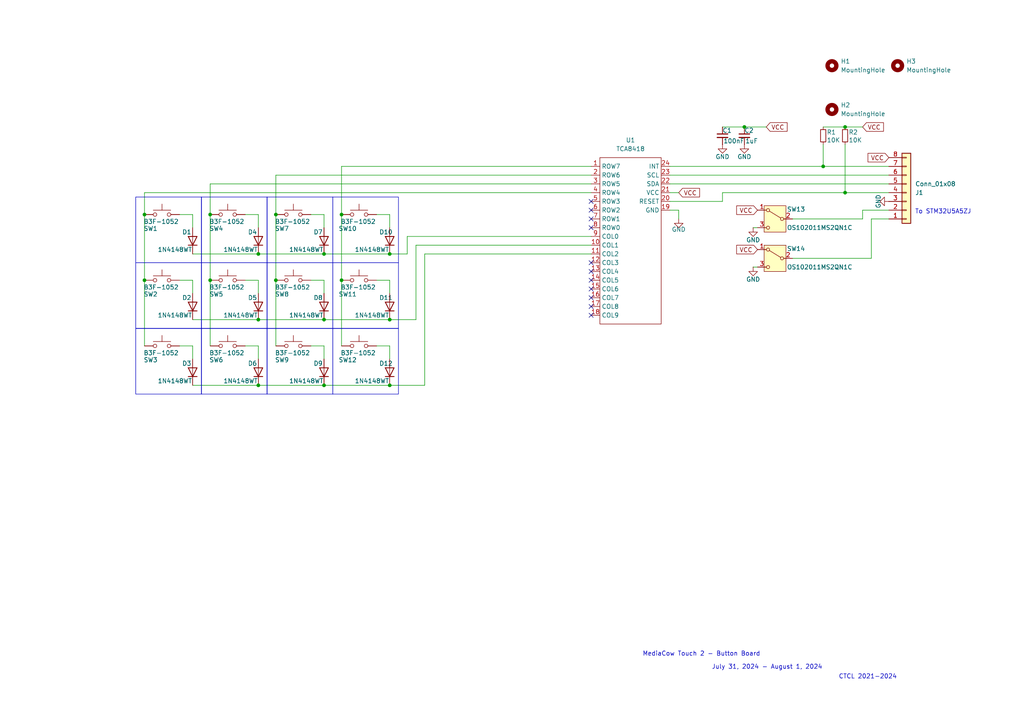
<source format=kicad_sch>
(kicad_sch (version 20231120) (generator "eeschema") (generator_version "8.0")
  (paper "A4")
  (lib_symbols
    (symbol "Connector_Generic:Conn_01x08" (pin_names (offset 1.016) hide)
      (property "Reference" "J" (at 0 10.16 0))
      (property "Value" "Conn_01x08" (at 0 -12.7 0))
      (symbol "Conn_01x08_1_1"
        (rectangle (start -1.27 -10.033) (end 0 -10.287) (stroke (width 0.1524)))
        (rectangle (start -1.27 -7.493) (end 0 -7.747) (stroke (width 0.1524)))
        (rectangle (start -1.27 -4.953) (end 0 -5.207) (stroke (width 0.1524)))
        (rectangle (start -1.27 -2.413) (end 0 -2.667) (stroke (width 0.1524)))
        (rectangle (start -1.27 0.127) (end 0 -0.127) (stroke (width 0.1524)))
        (rectangle (start -1.27 2.667) (end 0 2.413) (stroke (width 0.1524)))
        (rectangle (start -1.27 5.207) (end 0 4.953) (stroke (width 0.1524)))
        (rectangle (start -1.27 7.747) (end 0 7.493) (stroke (width 0.1524)))
        (rectangle (start -1.27 8.89) (end 1.27 -11.43) (stroke (width 0.254)) (fill (type background)))
        (pin passive line (at -5.08 7.62 0) (length 3.81) (name "Pin_1") (number "1"))
        (pin passive line (at -5.08 5.08 0) (length 3.81) (name "Pin_2") (number "2"))
        (pin passive line (at -5.08 2.54 0) (length 3.81) (name "Pin_3") (number "3"))
        (pin passive line (at -5.08 0 0) (length 3.81) (name "Pin_4") (number "4"))
        (pin passive line (at -5.08 -2.54 0) (length 3.81) (name "Pin_5") (number "5"))
        (pin passive line (at -5.08 -5.08 0) (length 3.81) (name "Pin_6") (number "6"))
        (pin passive line (at -5.08 -7.62 0) (length 3.81) (name "Pin_7") (number "7"))
        (pin passive line (at -5.08 -10.16 0) (length 3.81) (name "Pin_8") (number "8"))
      )
    )
    (symbol "Device:C_Small" (pin_numbers hide) (pin_names (offset 0.254) hide)
      (property "Reference" "C" (at 0.254 1.778 0))
      (property "Value" "C_Small" (at 0.254 -2.032 0))
      (symbol "C_Small_0_1"
        (polyline (pts (xy -1.524 -0.508) (xy 1.524 -0.508)) (stroke (width 0.3302)))
        (polyline (pts (xy -1.524 0.508) (xy 1.524 0.508)) (stroke (width 0.3048)))
      )
      (symbol "C_Small_1_1"
        (pin passive line (at 0 2.54 270) (length 2.032) (name "~") (number "1"))
        (pin passive line (at 0 -2.54 90) (length 2.032) (name "~") (number "2"))
      )
    )
    (symbol "Device:R_Small" (pin_numbers hide) (pin_names (offset 0.254) hide)
      (property "Reference" "R" (at 0.762 0.508 0))
      (property "Value" "R_Small" (at 0.762 -1.016 0))
      (symbol "R_Small_0_1"
        (rectangle (start -0.762 1.778) (end 0.762 -1.778) (stroke (width 0.2032)))
      )
      (symbol "R_Small_1_1"
        (pin passive line (at 0 2.54 270) (length 0.762) (name "~") (number "1"))
        (pin passive line (at 0 -2.54 90) (length 0.762) (name "~") (number "2"))
      )
    )
    (symbol "Diode:1N4148WT" (pin_numbers hide) (pin_names hide)
      (property "Reference" "D" (at 0 2.54 0))
      (property "Value" "1N4148WT" (at 0 -2.54 0))
      (symbol "1N4148WT_0_1"
        (polyline (pts (xy -1.27 1.27) (xy -1.27 -1.27)) (stroke (width 0.254)))
        (polyline (pts (xy 1.27 0) (xy -1.27 0)))
        (polyline (pts (xy 1.27 1.27) (xy 1.27 -1.27) (xy -1.27 0) (xy 1.27 1.27)) (stroke (width 0.254)))
      )
      (symbol "1N4148WT_1_1"
        (pin passive line (at -3.81 0 0) (length 2.54) (name "K") (number "1"))
        (pin passive line (at 3.81 0 180) (length 2.54) (name "A") (number "2"))
      )
    )
    (symbol "Mechanical:MountingHole" (pin_names (offset 1.016)) (exclude_from_sim yes) (in_bom no)
      (property "Reference" "H" (at 0 5.08 0))
      (property "Value" "MountingHole" (at 0 3.175 0))
      (symbol "MountingHole_0_1"
        (circle (center 0 0) (radius 1.27) (stroke (width 1.27)))
      )
    )
    (symbol "Switch:SW_Push" (pin_numbers hide) (pin_names (offset 1.016) hide)
      (property "Reference" "SW" (at 1.27 2.54 0))
      (property "Value" "SW_Push" (at 0 -1.524 0))
      (symbol "SW_Push_0_1"
        (circle (center -2.032 0) (radius 0.508))
        (polyline (pts (xy 0 1.27) (xy 0 3.048)))
        (polyline (pts (xy 2.54 1.27) (xy -2.54 1.27)))
        (circle (center 2.032 0) (radius 0.508))
        (pin passive line (at -5.08 0 0) (length 2.54) (name "1") (number "1"))
        (pin passive line (at 5.08 0 180) (length 2.54) (name "2") (number "2"))
      )
    )
    (symbol "Switch:SW_SPDT" (pin_names (offset 0) hide)
      (property "Reference" "SW" (at 0 5.08 0))
      (property "Value" "SW_SPDT" (at 0 -5.08 0))
      (symbol "SW_SPDT_0_1"
        (circle (center -2.032 0) (radius 0.4572))
        (polyline (pts (xy -1.651 0.254) (xy 1.651 2.286)))
        (circle (center 2.032 -2.54) (radius 0.4572))
        (circle (center 2.032 2.54) (radius 0.4572))
      )
      (symbol "SW_SPDT_1_1"
        (rectangle (start -3.175 3.81) (end 3.175 -3.81) (fill (type background)))
        (pin passive line (at 5.08 2.54 180) (length 2.54) (name "A") (number "1"))
        (pin passive line (at -5.08 0 0) (length 2.54) (name "B") (number "2"))
        (pin passive line (at 5.08 -2.54 180) (length 2.54) (name "C") (number "3"))
      )
    )
    (symbol "mediacow:TCA8418"
      (property "Reference" "U" (at 0 0 0))
      (property "Value" "TCA8418" (at -5.08 25.4 0))
      (symbol "TCA8418_0_1"
        (rectangle (start -8.89 24.13) (end 8.89 -24.13))
      )
      (symbol "TCA8418_1_1"
        (pin input line (at -11.43 21.59 0) (length 2.54) (name "ROW7") (number "1"))
        (pin input line (at -11.43 -1.27 0) (length 2.54) (name "COL1") (number "10"))
        (pin input line (at -11.43 -3.81 0) (length 2.54) (name "COL2") (number "11"))
        (pin input line (at -11.43 -6.35 0) (length 2.54) (name "COL3") (number "12"))
        (pin input line (at -11.43 -8.89 0) (length 2.54) (name "COL4") (number "13"))
        (pin input line (at -11.43 -11.43 0) (length 2.54) (name "COL5") (number "14"))
        (pin input line (at -11.43 -13.97 0) (length 2.54) (name "COL6") (number "15"))
        (pin input line (at -11.43 -16.51 0) (length 2.54) (name "COL7") (number "16"))
        (pin input line (at -11.43 -19.05 0) (length 2.54) (name "COL8") (number "17"))
        (pin input line (at -11.43 -21.59 0) (length 2.54) (name "COL9") (number "18"))
        (pin input line (at 11.43 8.89 180) (length 2.54) (name "GND") (number "19"))
        (pin input line (at -11.43 19.05 0) (length 2.54) (name "ROW6") (number "2"))
        (pin input line (at 11.43 11.43 180) (length 2.54) (name "RESET") (number "20"))
        (pin input line (at 11.43 13.97 180) (length 2.54) (name "VCC") (number "21"))
        (pin input line (at 11.43 16.51 180) (length 2.54) (name "SDA") (number "22"))
        (pin input line (at 11.43 19.05 180) (length 2.54) (name "SCL") (number "23"))
        (pin input line (at 11.43 21.59 180) (length 2.54) (name "INT") (number "24"))
        (pin input line (at -11.43 16.51 0) (length 2.54) (name "ROW5") (number "3"))
        (pin input line (at -11.43 13.97 0) (length 2.54) (name "ROW4") (number "4"))
        (pin input line (at -11.43 11.43 0) (length 2.54) (name "ROW3") (number "5"))
        (pin input line (at -11.43 8.89 0) (length 2.54) (name "ROW2") (number "6"))
        (pin input line (at -11.43 6.35 0) (length 2.54) (name "ROW1") (number "7"))
        (pin input line (at -11.43 3.81 0) (length 2.54) (name "ROW0") (number "8"))
        (pin input line (at -11.43 1.27 0) (length 2.54) (name "COL0") (number "9"))
      )
    )
    (symbol "power:GND" (power) (pin_numbers hide) (pin_names (offset 0) hide)
      (property "Value" "GND" (at 0 -3.81 0))
      (symbol "GND_0_1"
        (polyline (pts (xy 0 0) (xy 0 -1.27) (xy 1.27 -1.27) (xy 0 -2.54) (xy -1.27 -1.27) (xy 0 -1.27)))
      )
      (symbol "GND_1_1"
        (pin power_in line (at 0 0 270) (length 0) (name "~") (number "1"))
      )
    )
  )
  (junction (at 113.03 73.66))
  (junction (at 74.93 111.76))
  (junction (at 93.98 92.71))
  (junction (at 99.06 81.28))
  (junction (at 60.96 62.23))
  (junction (at 245.11 36.83))
  (junction (at 113.03 111.76))
  (junction (at 93.98 73.66))
  (junction (at 41.91 62.23))
  (junction (at 60.96 81.28))
  (junction (at 113.03 92.71))
  (junction (at 245.11 55.88))
  (junction (at 74.93 73.66))
  (junction (at 74.93 92.71))
  (junction (at 99.06 62.23))
  (junction (at 93.98 111.76))
  (junction (at 238.76 48.26))
  (junction (at 80.01 81.28))
  (junction (at 41.91 81.28))
  (junction (at 80.01 62.23))
  (junction (at 215.9 36.83))
  (no_connect (at 171.45 91.44))
  (no_connect (at 171.45 66.04))
  (no_connect (at 171.45 83.82))
  (no_connect (at 171.45 78.74))
  (no_connect (at 171.45 81.28))
  (no_connect (at 171.45 58.42))
  (no_connect (at 171.45 86.36))
  (no_connect (at 171.45 88.9))
  (no_connect (at 171.45 76.2))
  (no_connect (at 171.45 60.96))
  (no_connect (at 171.45 63.5))
  (wire (pts (xy 194.31 53.34) (xy 257.81 53.34)))
  (wire (pts (xy 113.03 100.33) (xy 109.22 100.33)))
  (wire (pts (xy 218.44 66.04) (xy 219.71 66.04)))
  (wire (pts (xy 113.03 104.14) (xy 113.03 100.33)))
  (wire (pts (xy 74.93 92.71) (xy 55.88 92.71)))
  (wire (pts (xy 80.01 81.28) (xy 80.01 100.33)))
  (wire (pts (xy 74.93 85.09) (xy 74.93 81.28)))
  (wire (pts (xy 171.45 71.12) (xy 120.65 71.12)))
  (wire (pts (xy 118.11 68.58) (xy 171.45 68.58)))
  (wire (pts (xy 55.88 81.28) (xy 52.07 81.28)))
  (wire (pts (xy 113.03 62.23) (xy 109.22 62.23)))
  (wire (pts (xy 60.96 62.23) (xy 60.96 81.28)))
  (wire (pts (xy 238.76 48.26) (xy 257.81 48.26)))
  (wire (pts (xy 80.01 50.8) (xy 171.45 50.8)))
  (wire (pts (xy 252.73 74.93) (xy 229.87 74.93)))
  (wire (pts (xy 113.03 66.04) (xy 113.03 62.23)))
  (wire (pts (xy 41.91 55.88) (xy 41.91 62.23)))
  (wire (pts (xy 113.03 92.71) (xy 93.98 92.71)))
  (wire (pts (xy 215.9 36.83) (xy 222.25 36.83)))
  (wire (pts (xy 250.19 36.83) (xy 245.11 36.83)))
  (wire (pts (xy 194.31 48.26) (xy 238.76 48.26)))
  (wire (pts (xy 93.98 62.23) (xy 90.17 62.23)))
  (wire (pts (xy 60.96 81.28) (xy 60.96 100.33)))
  (wire (pts (xy 60.96 53.34) (xy 171.45 53.34)))
  (wire (pts (xy 245.11 55.88) (xy 209.55 55.88)))
  (wire (pts (xy 113.03 111.76) (xy 123.19 111.76)))
  (wire (pts (xy 257.81 63.5) (xy 252.73 63.5)))
  (wire (pts (xy 120.65 92.71) (xy 113.03 92.71)))
  (wire (pts (xy 93.98 104.14) (xy 93.98 100.33)))
  (wire (pts (xy 113.03 73.66) (xy 118.11 73.66)))
  (wire (pts (xy 41.91 55.88) (xy 171.45 55.88)))
  (wire (pts (xy 238.76 41.91) (xy 238.76 48.26)))
  (wire (pts (xy 60.96 62.23) (xy 60.96 53.34)))
  (wire (pts (xy 55.88 111.76) (xy 74.93 111.76)))
  (wire (pts (xy 55.88 100.33) (xy 52.07 100.33)))
  (wire (pts (xy 209.55 36.83) (xy 215.9 36.83)))
  (wire (pts (xy 99.06 48.26) (xy 99.06 62.23)))
  (wire (pts (xy 238.76 36.83) (xy 245.11 36.83)))
  (wire (pts (xy 93.98 100.33) (xy 90.17 100.33)))
  (wire (pts (xy 55.88 85.09) (xy 55.88 81.28)))
  (wire (pts (xy 123.19 111.76) (xy 123.19 73.66)))
  (wire (pts (xy 74.93 111.76) (xy 93.98 111.76)))
  (wire (pts (xy 74.93 73.66) (xy 93.98 73.66)))
  (wire (pts (xy 74.93 104.14) (xy 74.93 100.33)))
  (wire (pts (xy 80.01 50.8) (xy 80.01 62.23)))
  (wire (pts (xy 194.31 50.8) (xy 257.81 50.8)))
  (wire (pts (xy 80.01 62.23) (xy 80.01 81.28)))
  (wire (pts (xy 250.19 63.5) (xy 229.87 63.5)))
  (wire (pts (xy 245.11 55.88) (xy 257.81 55.88)))
  (wire (pts (xy 113.03 85.09) (xy 113.03 81.28)))
  (wire (pts (xy 55.88 73.66) (xy 74.93 73.66)))
  (wire (pts (xy 93.98 73.66) (xy 113.03 73.66)))
  (wire (pts (xy 93.98 111.76) (xy 113.03 111.76)))
  (wire (pts (xy 245.11 41.91) (xy 245.11 55.88)))
  (wire (pts (xy 196.85 55.88) (xy 194.31 55.88)))
  (wire (pts (xy 93.98 81.28) (xy 90.17 81.28)))
  (wire (pts (xy 113.03 81.28) (xy 109.22 81.28)))
  (wire (pts (xy 55.88 66.04) (xy 55.88 62.23)))
  (wire (pts (xy 250.19 60.96) (xy 257.81 60.96)))
  (wire (pts (xy 55.88 62.23) (xy 52.07 62.23)))
  (wire (pts (xy 93.98 92.71) (xy 74.93 92.71)))
  (wire (pts (xy 123.19 73.66) (xy 171.45 73.66)))
  (wire (pts (xy 93.98 85.09) (xy 93.98 81.28)))
  (wire (pts (xy 41.91 81.28) (xy 41.91 100.33)))
  (wire (pts (xy 74.93 66.04) (xy 74.93 62.23)))
  (wire (pts (xy 218.44 77.47) (xy 219.71 77.47)))
  (wire (pts (xy 74.93 100.33) (xy 71.12 100.33)))
  (wire (pts (xy 93.98 66.04) (xy 93.98 62.23)))
  (wire (pts (xy 41.91 62.23) (xy 41.91 81.28)))
  (wire (pts (xy 252.73 63.5) (xy 252.73 74.93)))
  (wire (pts (xy 120.65 71.12) (xy 120.65 92.71)))
  (wire (pts (xy 74.93 62.23) (xy 71.12 62.23)))
  (wire (pts (xy 250.19 63.5) (xy 250.19 60.96)))
  (wire (pts (xy 55.88 104.14) (xy 55.88 100.33)))
  (wire (pts (xy 171.45 48.26) (xy 99.06 48.26)))
  (wire (pts (xy 99.06 81.28) (xy 99.06 100.33)))
  (wire (pts (xy 196.85 63.5) (xy 196.85 60.96)))
  (wire (pts (xy 118.11 73.66) (xy 118.11 68.58)))
  (wire (pts (xy 209.55 55.88) (xy 209.55 58.42)))
  (wire (pts (xy 196.85 60.96) (xy 194.31 60.96)))
  (wire (pts (xy 99.06 62.23) (xy 99.06 81.28)))
  (wire (pts (xy 209.55 58.42) (xy 194.31 58.42)))
  (wire (pts (xy 74.93 81.28) (xy 71.12 81.28)))
  (rectangle (start 96.52 95.25) (end 115.57 114.3))
  (rectangle (start 77.47 57.15) (end 96.52 76.2))
  (rectangle (start 77.47 76.2) (end 96.52 95.25))
  (rectangle (start 39.37 57.15) (end 58.42 76.2))
  (rectangle (start 58.42 57.15) (end 77.47 76.2))
  (rectangle (start 77.47 95.25) (end 96.52 114.3))
  (rectangle (start 58.42 95.25) (end 77.47 114.3))
  (rectangle (start 39.37 95.25) (end 58.42 114.3))
  (rectangle (start 58.42 76.2) (end 77.47 95.25))
  (rectangle (start 96.52 76.2) (end 115.57 95.25))
  (rectangle (start 96.52 57.15) (end 115.57 76.2))
  (rectangle (start 39.37 76.2) (end 58.42 95.25))
  (text "July 31, 2024 - August 1, 2024" (at 222.504 193.548 0) (effects (font (size 1.27 1.27))))
  (text "CTCL 2021-2024" (at 251.714 196.342 0) (effects (font (size 1.27 1.27))))
  (text "To STM32U5A5ZJ" (at 273.558 61.468 0) (effects (font (size 1.27 1.27))))
  (text "MediaCow Touch 2 - Button Board" (at 203.454 189.738 0) (effects (font (size 1.27 1.27))))
  (global_label "VCC" (shape input) (at 257.81 45.72 180) (property "Intersheetrefs" "${INTERSHEET_REFS}" (effects (hide yes))))
  (global_label "VCC" (shape input) (at 219.71 72.39 180) (property "Intersheetrefs" "${INTERSHEET_REFS}" (effects (hide yes))))
  (global_label "VCC" (shape input) (at 222.25 36.83 0) (property "Intersheetrefs" "${INTERSHEET_REFS}" (effects (hide yes))))
  (global_label "VCC" (shape input) (at 196.85 55.88 0) (property "Intersheetrefs" "${INTERSHEET_REFS}" (effects (hide yes))))
  (global_label "VCC" (shape input) (at 219.71 60.96 180) (property "Intersheetrefs" "${INTERSHEET_REFS}" (effects (hide yes))))
  (global_label "VCC" (shape input) (at 250.19 36.83 0) (property "Intersheetrefs" "${INTERSHEET_REFS}" (effects (hide yes))))
  (symbol (lib_id "Diode:1N4148WT") (at 74.93 69.85 90) (unit 1)
    (property "Reference" "D4" (at 71.882 67.31 90) (effects (justify right)))
    (property "Value" "1N4148WT" (at 64.77 72.39 90) (effects (justify right)))
    (property "Footprint" "Diode_SMD:D_SOD-523" (effects (hide yes)))
    (property "Datasheet" "https://www.diodes.com/assets/Datasheets/ds30396.pdf" (effects (hide yes)))
    (property "Description" "75V 0.15A Fast switching Diode, SOD-523" (effects (hide yes)))
    (property "Sim.Device" "D" (effects (hide yes)))
    (property "Sim.Pins" "1=K 2=A" (effects (hide yes)))
  )
  (symbol (lib_id "Device:R_Small") (at 238.76 39.37 0) (unit 1)
    (property "Reference" "R1" (at 239.776 38.354 0) (effects (justify left)))
    (property "Value" "10K" (at 239.776 40.64 0) (effects (justify left)))
    (property "Footprint" "Resistor_SMD:R_0603_1608Metric" (effects (hide yes)))
    (property "Description" "Resistor, small symbol" (effects (hide yes)))
  )
  (symbol (lib_id "power:GND") (at 215.9 41.91 0) (unit 1)
    (property "Reference" "#PWR04" (effects (hide yes)))
    (property "Value" "GND" (at 215.9 45.466 0))
    (property "Description" "Power symbol creates a global label with name \"GND\" , ground" (effects (hide yes)))
  )
  (symbol (lib_id "Switch:SW_Push") (at 85.09 62.23 0) (unit 1)
    (property "Reference" "SW7" (at 81.788 66.294 0))
    (property "Value" "B3F-1052" (at 84.836 64.262 0))
    (property "Footprint" "mediacow:SW_TH_Tactile_Omron_B3F-10xx_center" (effects (hide yes)))
    (property "Description" "Push button switch, generic, two pins" (effects (hide yes)))
  )
  (symbol (lib_id "Device:C_Small") (at 215.9 39.37 0) (unit 1)
    (property "Reference" "C2" (at 215.9 37.846 0) (effects (justify left)))
    (property "Value" "1uF" (at 216.154 40.894 0) (effects (justify left)))
    (property "Footprint" "Capacitor_SMD:C_0603_1608Metric" (effects (hide yes)))
    (property "Description" "Unpolarized capacitor, small symbol" (effects (hide yes)))
  )
  (symbol (lib_id "Device:R_Small") (at 245.11 39.37 0) (unit 1)
    (property "Reference" "R2" (at 246.126 38.354 0) (effects (justify left)))
    (property "Value" "10K" (at 246.126 40.64 0) (effects (justify left)))
    (property "Footprint" "Resistor_SMD:R_0603_1608Metric" (effects (hide yes)))
    (property "Description" "Resistor, small symbol" (effects (hide yes)))
  )
  (symbol (lib_id "Diode:1N4148WT") (at 113.03 69.85 90) (unit 1)
    (property "Reference" "D10" (at 109.982 67.31 90) (effects (justify right)))
    (property "Value" "1N4148WT" (at 102.87 72.39 90) (effects (justify right)))
    (property "Footprint" "Diode_SMD:D_SOD-523" (effects (hide yes)))
    (property "Datasheet" "https://www.diodes.com/assets/Datasheets/ds30396.pdf" (effects (hide yes)))
    (property "Description" "75V 0.15A Fast switching Diode, SOD-523" (effects (hide yes)))
    (property "Sim.Device" "D" (effects (hide yes)))
    (property "Sim.Pins" "1=K 2=A" (effects (hide yes)))
  )
  (symbol (lib_id "Mechanical:MountingHole") (at 241.3 19.05 0) (unit 1) (exclude_from_sim yes) (in_bom no)
    (property "Reference" "H1" (at 243.84 17.7799 0) (effects (justify left)))
    (property "Value" "MountingHole" (at 243.84 20.3199 0) (effects (justify left)))
    (property "Footprint" "MountingHole:MountingHole_2.2mm_M2_Pad" (effects (hide yes)))
    (property "Description" "Mounting Hole without connection" (effects (hide yes)))
  )
  (symbol (lib_id "Diode:1N4148WT") (at 113.03 88.9 90) (unit 1)
    (property "Reference" "D11" (at 109.982 86.36 90) (effects (justify right)))
    (property "Value" "1N4148WT" (at 102.87 91.44 90) (effects (justify right)))
    (property "Footprint" "Diode_SMD:D_SOD-523" (effects (hide yes)))
    (property "Datasheet" "https://www.diodes.com/assets/Datasheets/ds30396.pdf" (effects (hide yes)))
    (property "Description" "75V 0.15A Fast switching Diode, SOD-523" (effects (hide yes)))
    (property "Sim.Device" "D" (effects (hide yes)))
    (property "Sim.Pins" "1=K 2=A" (effects (hide yes)))
  )
  (symbol (lib_id "Switch:SW_Push") (at 104.14 81.28 0) (unit 1)
    (property "Reference" "SW11" (at 100.838 85.344 0))
    (property "Value" "B3F-1052" (at 103.886 83.312 0))
    (property "Footprint" "mediacow:SW_TH_Tactile_Omron_B3F-10xx_center" (effects (hide yes)))
    (property "Description" "Push button switch, generic, two pins" (effects (hide yes)))
  )
  (symbol (lib_id "Diode:1N4148WT") (at 55.88 107.95 90) (unit 1)
    (property "Reference" "D3" (at 52.832 105.41 90) (effects (justify right)))
    (property "Value" "1N4148WT" (at 45.72 110.49 90) (effects (justify right)))
    (property "Footprint" "Diode_SMD:D_SOD-523" (effects (hide yes)))
    (property "Datasheet" "https://www.diodes.com/assets/Datasheets/ds30396.pdf" (effects (hide yes)))
    (property "Description" "75V 0.15A Fast switching Diode, SOD-523" (effects (hide yes)))
    (property "Sim.Device" "D" (effects (hide yes)))
    (property "Sim.Pins" "1=K 2=A" (effects (hide yes)))
  )
  (symbol (lib_id "Diode:1N4148WT") (at 113.03 107.95 90) (unit 1)
    (property "Reference" "D12" (at 109.982 105.41 90) (effects (justify right)))
    (property "Value" "1N4148WT" (at 102.87 110.49 90) (effects (justify right)))
    (property "Footprint" "Diode_SMD:D_SOD-523" (effects (hide yes)))
    (property "Datasheet" "https://www.diodes.com/assets/Datasheets/ds30396.pdf" (effects (hide yes)))
    (property "Description" "75V 0.15A Fast switching Diode, SOD-523" (effects (hide yes)))
    (property "Sim.Device" "D" (effects (hide yes)))
    (property "Sim.Pins" "1=K 2=A" (effects (hide yes)))
  )
  (symbol (lib_id "Switch:SW_Push") (at 66.04 62.23 0) (unit 1)
    (property "Reference" "SW4" (at 62.738 66.294 0))
    (property "Value" "B3F-1052" (at 65.786 64.262 0))
    (property "Footprint" "mediacow:SW_TH_Tactile_Omron_B3F-10xx_center" (effects (hide yes)))
    (property "Description" "Push button switch, generic, two pins" (effects (hide yes)))
  )
  (symbol (lib_id "Mechanical:MountingHole") (at 241.3 31.75 0) (unit 1) (exclude_from_sim yes) (in_bom no)
    (property "Reference" "H2" (at 243.84 30.4799 0) (effects (justify left)))
    (property "Value" "MountingHole" (at 243.84 33.0199 0) (effects (justify left)))
    (property "Footprint" "MountingHole:MountingHole_2.2mm_M2_Pad" (effects (hide yes)))
    (property "Description" "Mounting Hole without connection" (effects (hide yes)))
  )
  (symbol (lib_id "Device:C_Small") (at 209.55 39.37 0) (unit 1)
    (property "Reference" "C1" (at 209.55 37.846 0) (effects (justify left)))
    (property "Value" "100nF" (at 209.804 40.894 0) (effects (justify left)))
    (property "Footprint" "Capacitor_SMD:C_0603_1608Metric" (effects (hide yes)))
    (property "Description" "Unpolarized capacitor, small symbol" (effects (hide yes)))
  )
  (symbol (lib_id "Connector_Generic:Conn_01x08") (at 262.89 55.88 0) (mirror x) (unit 1)
    (property "Reference" "J1" (at 265.43 55.8801 0) (effects (justify left)))
    (property "Value" "Conn_01x08" (at 265.43 53.3401 0) (effects (justify left)))
    (property "Footprint" "Connector_FFC-FPC:Molex_200528-0080_1x08-1MP_P1.00mm_Horizontal" (effects (hide yes)))
    (property "Description" "Generic connector, single row, 01x08, script generated (kicad-library-utils/schlib/autogen/connector/)" (effects (hide yes)))
  )
  (symbol (lib_id "Switch:SW_Push") (at 46.99 100.33 0) (unit 1)
    (property "Reference" "SW3" (at 43.688 104.394 0))
    (property "Value" "B3F-1052" (at 46.736 102.362 0))
    (property "Footprint" "mediacow:SW_TH_Tactile_Omron_B3F-10xx_center" (effects (hide yes)))
    (property "Description" "Push button switch, generic, two pins" (effects (hide yes)))
  )
  (symbol (lib_id "Switch:SW_Push") (at 66.04 81.28 0) (unit 1)
    (property "Reference" "SW5" (at 62.738 85.344 0))
    (property "Value" "B3F-1052" (at 65.786 83.312 0))
    (property "Footprint" "mediacow:SW_TH_Tactile_Omron_B3F-10xx_center" (effects (hide yes)))
    (property "Description" "Push button switch, generic, two pins" (effects (hide yes)))
  )
  (symbol (lib_id "Switch:SW_Push") (at 66.04 100.33 0) (unit 1)
    (property "Reference" "SW6" (at 62.738 104.394 0))
    (property "Value" "B3F-1052" (at 65.786 102.362 0))
    (property "Footprint" "mediacow:SW_TH_Tactile_Omron_B3F-10xx_center" (effects (hide yes)))
    (property "Description" "Push button switch, generic, two pins" (effects (hide yes)))
  )
  (symbol (lib_id "mediacow:TCA8418") (at 182.88 69.85 0) (unit 1)
    (property "Reference" "U1" (at 182.88 40.64 0))
    (property "Value" "TCA8418" (at 182.88 43.18 0))
    (property "Footprint" "Package_DFN_QFN:Texas_RTW_WQFN-24-1EP_4x4mm_P0.5mm_EP2.7x2.7mm" (effects (hide yes)))
  )
  (symbol (lib_id "power:GND") (at 196.85 63.5 0) (mirror y) (unit 1)
    (property "Reference" "#PWR01" (effects (hide yes)))
    (property "Value" "GND" (at 196.85 66.548 0))
    (property "Description" "Power symbol creates a global label with name \"GND\" , ground" (effects (hide yes)))
  )
  (symbol (lib_id "Diode:1N4148WT") (at 74.93 88.9 90) (unit 1)
    (property "Reference" "D5" (at 71.882 86.36 90) (effects (justify right)))
    (property "Value" "1N4148WT" (at 64.77 91.44 90) (effects (justify right)))
    (property "Footprint" "Diode_SMD:D_SOD-523" (effects (hide yes)))
    (property "Datasheet" "https://www.diodes.com/assets/Datasheets/ds30396.pdf" (effects (hide yes)))
    (property "Description" "75V 0.15A Fast switching Diode, SOD-523" (effects (hide yes)))
    (property "Sim.Device" "D" (effects (hide yes)))
    (property "Sim.Pins" "1=K 2=A" (effects (hide yes)))
  )
  (symbol (lib_id "power:GND") (at 218.44 66.04 0) (unit 1)
    (property "Reference" "#PWR019" (effects (hide yes)))
    (property "Value" "GND" (at 218.44 69.596 0))
    (property "Description" "Power symbol creates a global label with name \"GND\" , ground" (effects (hide yes)))
  )
  (symbol (lib_id "Switch:SW_Push") (at 104.14 100.33 0) (unit 1)
    (property "Reference" "SW12" (at 100.838 104.394 0))
    (property "Value" "B3F-1052" (at 103.886 102.362 0))
    (property "Footprint" "mediacow:SW_TH_Tactile_Omron_B3F-10xx_center" (effects (hide yes)))
    (property "Description" "Push button switch, generic, two pins" (effects (hide yes)))
  )
  (symbol (lib_id "power:GND") (at 209.55 41.91 0) (unit 1)
    (property "Reference" "#PWR03" (effects (hide yes)))
    (property "Value" "GND" (at 209.55 45.466 0))
    (property "Description" "Power symbol creates a global label with name \"GND\" , ground" (effects (hide yes)))
  )
  (symbol (lib_id "power:GND") (at 218.44 77.47 0) (unit 1)
    (property "Reference" "#PWR018" (effects (hide yes)))
    (property "Value" "GND" (at 218.44 81.026 0))
    (property "Description" "Power symbol creates a global label with name \"GND\" , ground" (effects (hide yes)))
  )
  (symbol (lib_id "power:GND") (at 257.81 58.42 270) (mirror x) (unit 1)
    (property "Reference" "#PWR02" (effects (hide yes)))
    (property "Value" "GND" (at 254.762 58.42 0))
    (property "Description" "Power symbol creates a global label with name \"GND\" , ground" (effects (hide yes)))
  )
  (symbol (lib_id "Diode:1N4148WT") (at 55.88 69.85 90) (unit 1)
    (property "Reference" "D1" (at 52.832 67.31 90) (effects (justify right)))
    (property "Value" "1N4148WT" (at 45.72 72.39 90) (effects (justify right)))
    (property "Footprint" "Diode_SMD:D_SOD-523" (effects (hide yes)))
    (property "Datasheet" "https://www.diodes.com/assets/Datasheets/ds30396.pdf" (effects (hide yes)))
    (property "Description" "75V 0.15A Fast switching Diode, SOD-523" (effects (hide yes)))
    (property "Sim.Device" "D" (effects (hide yes)))
    (property "Sim.Pins" "1=K 2=A" (effects (hide yes)))
  )
  (symbol (lib_id "Switch:SW_Push") (at 85.09 81.28 0) (unit 1)
    (property "Reference" "SW8" (at 81.788 85.344 0))
    (property "Value" "B3F-1052" (at 84.836 83.312 0))
    (property "Footprint" "mediacow:SW_TH_Tactile_Omron_B3F-10xx_center" (effects (hide yes)))
    (property "Description" "Push button switch, generic, two pins" (effects (hide yes)))
  )
  (symbol (lib_id "Switch:SW_SPDT") (at 224.79 74.93 0) (mirror y) (unit 1)
    (property "Reference" "SW14" (at 230.886 72.136 0))
    (property "Value" "OS102011MS2QN1C" (at 237.744 77.47 0))
    (property "Footprint" "mediacow:SW_Slide_SPDT_Straight_CK_OS102011MS2Q_center" (effects (hide yes)))
    (property "Description" "Switch, single pole double throw" (effects (hide yes)))
  )
  (symbol (lib_id "Diode:1N4148WT") (at 74.93 107.95 90) (unit 1)
    (property "Reference" "D6" (at 71.882 105.41 90) (effects (justify right)))
    (property "Value" "1N4148WT" (at 64.77 110.49 90) (effects (justify right)))
    (property "Footprint" "Diode_SMD:D_SOD-523" (effects (hide yes)))
    (property "Datasheet" "https://www.diodes.com/assets/Datasheets/ds30396.pdf" (effects (hide yes)))
    (property "Description" "75V 0.15A Fast switching Diode, SOD-523" (effects (hide yes)))
    (property "Sim.Device" "D" (effects (hide yes)))
    (property "Sim.Pins" "1=K 2=A" (effects (hide yes)))
  )
  (symbol (lib_id "Diode:1N4148WT") (at 93.98 69.85 90) (unit 1)
    (property "Reference" "D7" (at 90.932 67.31 90) (effects (justify right)))
    (property "Value" "1N4148WT" (at 83.82 72.39 90) (effects (justify right)))
    (property "Footprint" "Diode_SMD:D_SOD-523" (effects (hide yes)))
    (property "Datasheet" "https://www.diodes.com/assets/Datasheets/ds30396.pdf" (effects (hide yes)))
    (property "Description" "75V 0.15A Fast switching Diode, SOD-523" (effects (hide yes)))
    (property "Sim.Device" "D" (effects (hide yes)))
    (property "Sim.Pins" "1=K 2=A" (effects (hide yes)))
  )
  (symbol (lib_id "Diode:1N4148WT") (at 93.98 88.9 90) (unit 1)
    (property "Reference" "D8" (at 90.932 86.36 90) (effects (justify right)))
    (property "Value" "1N4148WT" (at 83.82 91.44 90) (effects (justify right)))
    (property "Footprint" "Diode_SMD:D_SOD-523" (effects (hide yes)))
    (property "Datasheet" "https://www.diodes.com/assets/Datasheets/ds30396.pdf" (effects (hide yes)))
    (property "Description" "75V 0.15A Fast switching Diode, SOD-523" (effects (hide yes)))
    (property "Sim.Device" "D" (effects (hide yes)))
    (property "Sim.Pins" "1=K 2=A" (effects (hide yes)))
  )
  (symbol (lib_id "Diode:1N4148WT") (at 55.88 88.9 90) (unit 1)
    (property "Reference" "D2" (at 52.832 86.36 90) (effects (justify right)))
    (property "Value" "1N4148WT" (at 45.72 91.44 90) (effects (justify right)))
    (property "Footprint" "Diode_SMD:D_SOD-523" (effects (hide yes)))
    (property "Datasheet" "https://www.diodes.com/assets/Datasheets/ds30396.pdf" (effects (hide yes)))
    (property "Description" "75V 0.15A Fast switching Diode, SOD-523" (effects (hide yes)))
    (property "Sim.Device" "D" (effects (hide yes)))
    (property "Sim.Pins" "1=K 2=A" (effects (hide yes)))
  )
  (symbol (lib_id "Diode:1N4148WT") (at 93.98 107.95 90) (unit 1)
    (property "Reference" "D9" (at 90.932 105.41 90) (effects (justify right)))
    (property "Value" "1N4148WT" (at 83.82 110.49 90) (effects (justify right)))
    (property "Footprint" "Diode_SMD:D_SOD-523" (effects (hide yes)))
    (property "Datasheet" "https://www.diodes.com/assets/Datasheets/ds30396.pdf" (effects (hide yes)))
    (property "Description" "75V 0.15A Fast switching Diode, SOD-523" (effects (hide yes)))
    (property "Sim.Device" "D" (effects (hide yes)))
    (property "Sim.Pins" "1=K 2=A" (effects (hide yes)))
  )
  (symbol (lib_id "Switch:SW_Push") (at 85.09 100.33 0) (unit 1)
    (property "Reference" "SW9" (at 81.788 104.394 0))
    (property "Value" "B3F-1052" (at 84.836 102.362 0))
    (property "Footprint" "mediacow:SW_TH_Tactile_Omron_B3F-10xx_center" (effects (hide yes)))
    (property "Description" "Push button switch, generic, two pins" (effects (hide yes)))
  )
  (symbol (lib_id "Switch:SW_SPDT") (at 224.79 63.5 0) (mirror y) (unit 1)
    (property "Reference" "SW13" (at 230.886 60.706 0))
    (property "Value" "OS102011MS2QN1C" (at 237.744 66.04 0))
    (property "Footprint" "mediacow:SW_Slide_SPDT_Straight_CK_OS102011MS2Q_center" (effects (hide yes)))
    (property "Description" "Switch, single pole double throw" (effects (hide yes)))
  )
  (symbol (lib_id "Switch:SW_Push") (at 46.99 62.23 0) (unit 1)
    (property "Reference" "SW1" (at 43.688 66.294 0))
    (property "Value" "B3F-1052" (at 46.736 64.262 0))
    (property "Footprint" "mediacow:SW_TH_Tactile_Omron_B3F-10xx_center" (effects (hide yes)))
    (property "Description" "Push button switch, generic, two pins" (effects (hide yes)))
  )
  (symbol (lib_id "Mechanical:MountingHole") (at 260.35 19.05 0) (unit 1) (exclude_from_sim yes) (in_bom no)
    (property "Reference" "H3" (at 262.89 17.7799 0) (effects (justify left)))
    (property "Value" "MountingHole" (at 262.89 20.3199 0) (effects (justify left)))
    (property "Footprint" "MountingHole:MountingHole_2.2mm_M2_Pad" (effects (hide yes)))
    (property "Description" "Mounting Hole without connection" (effects (hide yes)))
  )
  (symbol (lib_id "Switch:SW_Push") (at 46.99 81.28 0) (unit 1)
    (property "Reference" "SW2" (at 43.688 85.344 0))
    (property "Value" "B3F-1052" (at 46.736 83.312 0))
    (property "Footprint" "mediacow:SW_TH_Tactile_Omron_B3F-10xx_center" (effects (hide yes)))
    (property "Description" "Push button switch, generic, two pins" (effects (hide yes)))
  )
  (symbol (lib_id "Switch:SW_Push") (at 104.14 62.23 0) (unit 1)
    (property "Reference" "SW10" (at 100.838 66.294 0))
    (property "Value" "B3F-1052" (at 103.886 64.262 0))
    (property "Footprint" "mediacow:SW_TH_Tactile_Omron_B3F-10xx_center" (effects (hide yes)))
    (property "Description" "Push button switch, generic, two pins" (effects (hide yes)))
  )
)
</source>
